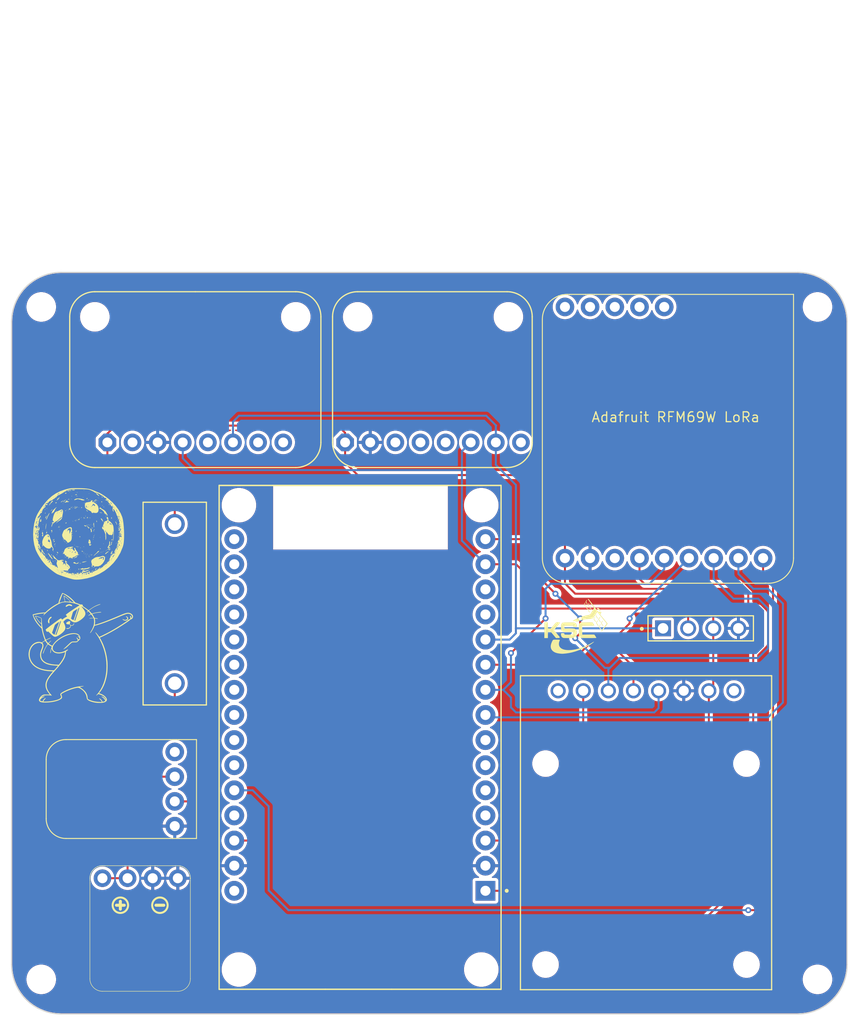
<source format=kicad_pcb>
(kicad_pcb (version 20241229) (generator "pcbnew") (generator_version "9.0")
  (layers (0 "F.Cu" signal) (2 "B.Cu" signal) (13 "F.Paste" user) (15 "B.Paste" user) (5 "F.SilkS" user "F.Silkscreen") (7 "B.SilkS" user "B.Silkscreen") (1 "F.Mask" user) (3 "B.Mask" user) (25 "Edge.Cuts" user))
  (net 0 "")
  (net 1 "3V3")
  (net 2 "GND")
  (net 3 "IRQ")
  (net 4 "SCK/CLK")
  (net 5 "MISO")
  (net 6 "MOSI")
  (net 7 "CS")
  (net 8 "RST")
  (net 9 "N$1")
  (net 10 "SCL")
  (net 11 "SDA")
  (net 12 "5V")
  (net 13 "CS-SD")
  (footprint "TSAT2-B PCB Footprints:MMA8451-FP_vf.UWP1QFmtRbe75N6hh3BVtg" (layer "F.Cu") (at 96.46 93.74)
    (property "Reference" "REF**" (hide yes))
    (property "Value" "")
    (pad "" np_thru_hole circle (at 2.54 -15.24) (size 2.5 2.5) (drill 2.5) (layers "*.Cu" "*.Mask"))
    (pad "" np_thru_hole circle (at 17.78 -15.24) (size 2.5 2.5) (drill 2.5) (layers "*.Cu" "*.Mask"))
    (pad "+3V3" thru_hole circle (at 6.35 -2.54 90) (size 1.778 1.778) (drill 1) (layers "*.Cu" "*.Mask"))
    (pad "GND" thru_hole circle (at 3.81 -2.54 90) (size 1.778 1.778) (drill 1) (layers "*.Cu" "*.Mask") (net 2 "GND"))
    (pad "INT1" thru_hole circle (at 11.43 -2.54 90) (size 1.778 1.778) (drill 1) (layers "*.Cu" "*.Mask"))
    (pad "INT2" thru_hole circle (at 8.89 -2.54 90) (size 1.778 1.778) (drill 1) (layers "*.Cu" "*.Mask"))
    (pad "SA0" thru_hole circle (at 19.05 -2.54 90) (size 1.778 1.778) (drill 1) (layers "*.Cu" "*.Mask"))
    (pad "SCL" thru_hole circle (at 13.97 -2.54 90) (size 1.778 1.778) (drill 1) (layers "*.Cu" "*.Mask") (net 10 "SCL"))
    (pad "SDA" thru_hole circle (at 16.51 -2.54 90) (size 1.778 1.778) (drill 1) (layers "*.Cu" "*.Mask") (net 11 "SDA"))
    (pad "VIN" thru_hole roundrect (at 1.27 -2.54 180) (size 1.778 1.778) (drill 1) (layers "*.Cu" "*.Mask") (chamfer_ratio 0.2928932188) (chamfer top_left top_right bottom_left bottom_right) (net 1 "3V3"))
  )
  (footprint "TSAT2-B PCB Footprints:LoRa" (layer "F.Cu") (at 122.574 106.23)
    (property "Reference" "REF**" (hide yes))
    (property "Value" "LoRa" (hide yes))
    (fp_text user "Adafruit RFM69W LoRa" (at 0 -17 0) (layer "F.SilkS") (effects (font (thickness 0.125)) (justify left bottom)))
    (pad "1" thru_hole circle (at -2.614 -28.73) (size 1.8796 1.8796) (drill 1.016) (layers "*.Cu" "*.Mask"))
    (pad "1" thru_hole circle (at -2.613999 -3.33) (size 1.8796 1.8796) (drill 1.016) (layers "*.Cu" "*.Mask") (net 1 "3V3"))
    (pad "2" thru_hole circle (at -0.074 -28.73) (size 1.8796 1.8796) (drill 1.016) (layers "*.Cu" "*.Mask"))
    (pad "2" thru_hole circle (at -0.073999 -3.33) (size 1.8796 1.8796) (drill 1.016) (layers "*.Cu" "*.Mask") (net 2 "GND"))
    (pad "3" thru_hole circle (at 2.426 -28.73) (size 1.8796 1.8796) (drill 1.016) (layers "*.Cu" "*.Mask"))
    (pad "3" thru_hole circle (at 2.426001 -3.33) (size 1.8796 1.8796) (drill 1.016) (layers "*.Cu" "*.Mask"))
    (pad "4" thru_hole circle (at 4.926 -28.73) (size 1.8796 1.8796) (drill 1.016) (layers "*.Cu" "*.Mask"))
    (pad "4" thru_hole circle (at 4.926001 -3.33) (size 1.8796 1.8796) (drill 1.016) (layers "*.Cu" "*.Mask") (net 3 "IRQ"))
    (pad "5" thru_hole circle (at 7.426 -28.73) (size 1.8796 1.8796) (drill 1.016) (layers "*.Cu" "*.Mask"))
    (pad "5" thru_hole circle (at 7.426001 -3.33) (size 1.8796 1.8796) (drill 1.016) (layers "*.Cu" "*.Mask") (net 4 "SCK/CLK"))
    (pad "6" thru_hole circle (at 9.926001 -3.33) (size 1.8796 1.8796) (drill 1.016) (layers "*.Cu" "*.Mask") (net 5 "MISO"))
    (pad "7" thru_hole circle (at 12.426001 -3.33) (size 1.8796 1.8796) (drill 1.016) (layers "*.Cu" "*.Mask") (net 6 "MOSI"))
    (pad "8" thru_hole circle (at 14.926001 -3.33) (size 1.8796 1.8796) (drill 1.016) (layers "*.Cu" "*.Mask") (net 7 "CS"))
    (pad "9" thru_hole circle (at 17.426001 -3.33) (size 1.8796 1.8796) (drill 1.016) (layers "*.Cu" "*.Mask") (net 8 "RST"))
  )
  (footprint "TSat0-PCB_v17:dummyfp2" (layer "F.Cu") (at 145.5 77.5)
    (property "Reference" "UNK_HOLE_2" (hide yes))
    (property "Value" "")
    (pad "" np_thru_hole circle (at 0 0) (size 2.5 2.5) (drill 2.5) (layers "*.Cu" "*.Mask"))
  )
  (footprint "TSAT2-B PCB Footprints:Boost Converter Adafruit" (layer "F.Cu") (at 77.5 126.25 90)
    (property "Reference" "REF**" (hide yes))
    (property "Value" "Boost Converter Adafruit" (hide yes))
    (pad "3V" thru_hole circle (at -1.25 3 90) (size 1.8796 1.8796) (drill 1.016) (layers "*.Cu" "*.Mask") (net 9 "N$1"))
    (pad "EN" thru_hole circle (at 3.75 3 90) (size 1.8796 1.8796) (drill 1.016) (layers "*.Cu" "*.Mask"))
    (pad "GND" thru_hole circle (at -3.75 3 90) (size 1.8796 1.8796) (drill 1.016) (layers "*.Cu" "*.Mask") (net 2 "GND"))
    (pad "VIN" thru_hole circle (at 1.25 3 90) (size 1.8796 1.8796) (drill 1.016) (layers "*.Cu" "*.Mask") (net 12 "5V"))
  )
  (footprint "TSAT2-B PCB Footprints:JST connecter" (layer "F.Cu") (at 77 134 180)
    (property "Reference" "REF**" (hide yes))
    (property "Value" "JST connecter" (hide yes))
    (pad "1-" thru_hole circle (at -3.81 -1.27 270) (size 1.778 1.778) (drill 1.016) (layers "*.Cu" "*.Mask") (net 2 "GND"))
    (pad "2-" thru_hole circle (at -1.27 -1.27 270) (size 1.778 1.778) (drill 1.016) (layers "*.Cu" "*.Mask") (net 2 "GND"))
    (pad "3+" thru_hole circle (at 1.27 -1.27 270) (size 1.778 1.778) (drill 1.016) (layers "*.Cu" "*.Mask") (net 12 "5V"))
    (pad "4+" thru_hole circle (at 3.81 -1.27 270) (size 1.778 1.778) (drill 1.016) (layers "*.Cu" "*.Mask") (net 12 "5V"))
  )
  (footprint "TSAT2-B PCB Footprints:COOKIES BIGGER" (layer "F.Cu") (at 70.5 100.5)
    (property "Reference" "G***" (hide yes))
    (property "Value" "LOGO" (hide yes))
  )
  (footprint "TSAT2-B PCB Footprints:MODULE_254_vf.UWP1QFmtRbe75N6hh3BVtg" (layer "F.Cu") (at 128.16 130.665 90)
    (property "Reference" "REF**" (hide yes))
    (property "Value" "SD-Reader")
    (pad "" np_thru_hole circle (at -13.335 -10.16 90) (size 2.2 2.2) (drill 2.2) (layers "*.Cu" "*.Mask"))
    (pad "" np_thru_hole circle (at -13.335 10.16 90) (size 2.2 2.2) (drill 2.2) (layers "*.Cu" "*.Mask"))
    (pad "" np_thru_hole circle (at 6.985 -10.16 90) (size 2.2 2.2) (drill 2.2) (layers "*.Cu" "*.Mask"))
    (pad "" np_thru_hole circle (at 6.985 10.16 90) (size 2.2 2.2) (drill 2.2) (layers "*.Cu" "*.Mask"))
    (pad "1" thru_hole circle (at 14.351 -8.89 90) (size 1.53 1.53) (drill 1.02) (layers "*.Cu" "*.Mask"))
    (pad "2" thru_hole circle (at 14.351 -6.35 90) (size 1.53 1.53) (drill 1.02) (layers "*.Cu" "*.Mask") (net 13 "CS-SD"))
    (pad "3" thru_hole circle (at 14.351 -3.81 90) (size 1.53 1.53) (drill 1.02) (layers "*.Cu" "*.Mask") (net 6 "MOSI"))
    (pad "4" thru_hole circle (at 14.351 -1.27 90) (size 1.53 1.53) (drill 1.02) (layers "*.Cu" "*.Mask") (net 5 "MISO"))
    (pad "5" thru_hole circle (at 14.351 1.27 90) (size 1.53 1.53) (drill 1.02) (layers "*.Cu" "*.Mask") (net 4 "SCK/CLK"))
    (pad "6" thru_hole circle (at 14.351 3.81 90) (size 1.53 1.53) (drill 1.02) (layers "*.Cu" "*.Mask") (net 2 "GND"))
    (pad "7" thru_hole circle (at 14.351 6.35 90) (size 1.53 1.53) (drill 1.02) (layers "*.Cu" "*.Mask") (net 1 "3V3"))
    (pad "8" thru_hole circle (at 14.351 8.89 90) (size 1.53 1.53) (drill 1.02) (layers "*.Cu" "*.Mask"))
  )
  (footprint "TSat0-PCB_v17:dummyfp2" (layer "F.Cu") (at 67 145.5)
    (property "Reference" "UNK_HOLE_2" (hide yes))
    (property "Value" "")
    (pad "" np_thru_hole circle (at 0 0) (size 2.5 2.5) (drill 2.5) (layers "*.Cu" "*.Mask"))
  )
  (footprint "TSAT2-B PCB Footprints:SULLINS_PPTC041LFBN-RC_vf.UWP1QFmtRbe75N6hh3BVtg" (layer "F.Cu") (at 133.69 110)
    (property "Reference" "REF**" (hide yes))
    (property "Value" "PPTC041LFBN-RC")
    (pad "1" thru_hole rect (at -3.81 0) (size 1.605 1.605) (drill 1.07) (layers "*.Cu" "*.Mask") (net 11 "SDA"))
    (pad "2" thru_hole circle (at -1.27 0) (size 1.605 1.605) (drill 1.07) (layers "*.Cu" "*.Mask") (net 10 "SCL"))
    (pad "3" thru_hole circle (at 1.27 0) (size 1.605 1.605) (drill 1.07) (layers "*.Cu" "*.Mask") (net 1 "3V3"))
    (pad "4" thru_hole circle (at 3.81 0) (size 1.605 1.605) (drill 1.07) (layers "*.Cu" "*.Mask") (net 2 "GND"))
  )
  (footprint "TSAT2-B PCB Footprints:KITTY CAT BIGGER" (layer "F.Cu") (at 71 112)
    (property "Reference" "G***" (hide yes))
    (property "Value" "LOGO" (hide yes))
  )
  (footprint "TSAT2-B PCB Footprints:OMRON-MICROSWITCH-FP_vf.UWP1QFmtRbe75N6hh3BVtg" (layer "F.Cu") (at 80.5 99.45 90)
    (property "Reference" "REF**" (hide yes))
    (property "Value" "")
    (pad "COM" thru_hole circle (at -16.1 0 90) (size 2.025 2.025) (drill 1.35) (layers "*.Cu" "*.Mask") (net 9 "N$1"))
    (pad "NC" thru_hole circle (at 0 0 90) (size 2.025 2.025) (drill 1.35) (layers "*.Cu" "*.Mask") (net 1 "3V3"))
  )
  (footprint "TSAT2-B PCB Footprints:MODULE_ESP32_DEVKIT_V1_vf.UWP1QFmtRbe75N6hh3BVtg" (layer "F.Cu") (at 99.22 121.025 180)
    (property "Reference" "REF**" (hide yes))
    (property "Value" "ESP32_Devkit")
    (pad "" np_thru_hole circle (at -12.28 -23.475 180) (size 3 3) (drill 3) (layers "*.Cu" "*.Mask"))
    (pad "" np_thru_hole circle (at -12.28 23.475 180) (size 3 3) (drill 3) (layers "*.Cu" "*.Mask"))
    (pad "" np_thru_hole circle (at 12.23 -23.475 180) (size 3 3) (drill 3) (layers "*.Cu" "*.Mask"))
    (pad "" np_thru_hole circle (at 12.23 23.475 180) (size 3 3) (drill 3) (layers "*.Cu" "*.Mask"))
    (pad "1" thru_hole rect (at -12.7 -15.515 180) (size 2 2) (drill 1.02) (layers "*.Cu" "*.Mask") (net 1 "3V3"))
    (pad "2" thru_hole circle (at -12.7 -12.975 180) (size 2 2) (drill 1.02) (layers "*.Cu" "*.Mask") (net 2 "GND"))
    (pad "3" thru_hole circle (at -12.7 -10.435 180) (size 2 2) (drill 1.02) (layers "*.Cu" "*.Mask") (net 13 "CS-SD"))
    (pad "4" thru_hole circle (at -12.7 -7.895 180) (size 2 2) (drill 1.02) (layers "*.Cu" "*.Mask"))
    (pad "5" thru_hole circle (at -12.7 -5.355 180) (size 2 2) (drill 1.02) (layers "*.Cu" "*.Mask"))
    (pad "6" thru_hole circle (at -12.7 -2.815 180) (size 2 2) (drill 1.02) (layers "*.Cu" "*.Mask"))
    (pad "7" thru_hole circle (at -12.7 -0.275 180) (size 2 2) (drill 1.02) (layers "*.Cu" "*.Mask"))
    (pad "8" thru_hole circle (at -12.7 2.265 180) (size 2 2) (drill 1.02) (layers "*.Cu" "*.Mask") (net 7 "CS"))
    (pad "9" thru_hole circle (at -12.7 4.805 180) (size 2 2) (drill 1.02) (layers "*.Cu" "*.Mask") (net 4 "SCK/CLK"))
    (pad "10" thru_hole circle (at -12.7 7.345 180) (size 2 2) (drill 1.02) (layers "*.Cu" "*.Mask") (net 5 "MISO"))
    (pad "11" thru_hole circle (at -12.7 9.885 180) (size 2 2) (drill 1.02) (layers "*.Cu" "*.Mask") (net 11 "SDA"))
    (pad "12" thru_hole circle (at -12.7 12.425 180) (size 2 2) (drill 1.02) (layers "*.Cu" "*.Mask"))
    (pad "13" thru_hole circle (at -12.7 14.965 180) (size 2 2) (drill 1.02) (layers "*.Cu" "*.Mask"))
    (pad "14" thru_hole circle (at -12.7 17.505 180) (size 2 2) (drill 1.02) (layers "*.Cu" "*.Mask") (net 10 "SCL"))
    (pad "15" thru_hole circle (at -12.7 20.045 180) (size 2 2) (drill 1.02) (layers "*.Cu" "*.Mask") (net 6 "MOSI"))
    (pad "16" thru_hole circle (at 12.7 20.045 180) (size 2 2) (drill 1.02) (layers "*.Cu" "*.Mask"))
    (pad "17" thru_hole circle (at 12.7 17.505 180) (size 2 2) (drill 1.02) (layers "*.Cu" "*.Mask"))
    (pad "18" thru_hole circle (at 12.7 14.965 180) (size 2 2) (drill 1.02) (layers "*.Cu" "*.Mask"))
    (pad "19" thru_hole circle (at 12.7 12.425 180) (size 2 2) (drill 1.02) (layers "*.Cu" "*.Mask"))
    (pad "20" thru_hole circle (at 12.7 9.885 180) (size 2 2) (drill 1.02) (layers "*.Cu" "*.Mask"))
    (pad "21" thru_hole circle (at 12.7 7.345 180) (size 2 2) (drill 1.02) (layers "*.Cu" "*.Mask"))
    (pad "22" thru_hole circle (at 12.7 4.805 180) (size 2 2) (drill 1.02) (layers "*.Cu" "*.Mask"))
    (pad "23" thru_hole circle (at 12.7 2.265 180) (size 2 2) (drill 1.02) (layers "*.Cu" "*.Mask"))
    (pad "24" thru_hole circle (at 12.7 -0.275 180) (size 2 2) (drill 1.02) (layers "*.Cu" "*.Mask"))
    (pad "25" thru_hole circle (at 12.7 -2.815 180) (size 2 2) (drill 1.02) (layers "*.Cu" "*.Mask"))
    (pad "26" thru_hole circle (at 12.7 -5.355 180) (size 2 2) (drill 1.02) (layers "*.Cu" "*.Mask") (net 8 "RST"))
    (pad "27" thru_hole circle (at 12.7 -7.895 180) (size 2 2) (drill 1.02) (layers "*.Cu" "*.Mask"))
    (pad "28" thru_hole circle (at 12.7 -10.435 180) (size 2 2) (drill 1.02) (layers "*.Cu" "*.Mask") (net 3 "IRQ"))
    (pad "29" thru_hole circle (at 12.7 -12.975 180) (size 2 2) (drill 1.02) (layers "*.Cu" "*.Mask") (net 2 "GND"))
    (pad "30" thru_hole circle (at 12.7 -15.515 180) (size 2 2) (drill 1.02) (layers "*.Cu" "*.Mask"))
    (zone (net 0) (net_name "") (layer "F.Cu") (connect_pads (clearance 0)) (min_thickness 0.25)
      (keepout (tracks not_allowed) (vias not_allowed) (pads not_allowed) (copperpour not_allowed) (footprints allowed))
      (fill (thermal_gap 0.5) (thermal_bridge_width 0.5))
      (polygon (pts (xy 108.13 95.55) (xy 90.44 95.55) (xy 90.44 102.04) (xy 108.13 102.04)))
    )
    (zone (net 0) (net_name "") (layer "B.Cu") (connect_pads (clearance 0)) (min_thickness 0.25)
      (keepout (tracks not_allowed) (vias not_allowed) (pads not_allowed) (copperpour not_allowed) (footprints allowed))
      (fill (thermal_gap 0.5) (thermal_bridge_width 0.5))
      (polygon (pts (xy 108.13 95.55) (xy 90.44 95.55) (xy 90.44 102.04) (xy 108.13 102.04)))
    )
  )
  (footprint "DUMMY_507" (layer "F.Cu") (at 63.0791 48.1816)
    (property "Reference" "FRAME1" (hide yes))
    (property "Value" "FRAME-LETTERNO_PACKAGE" (hide yes))
  )
  (footprint "TSat0-PCB_v17:dummyfp2" (layer "F.Cu") (at 67 77.5)
    (property "Reference" "UNK_HOLE_2" (hide yes))
    (property "Value" "")
    (pad "" np_thru_hole circle (at 0 0) (size 2.5 2.5) (drill 2.5) (layers "*.Cu" "*.Mask"))
  )
  (footprint "TSat0-PCB_v17:dummyfp2" (layer "F.Cu") (at 145.5 145.5)
    (property "Reference" "UNK_HOLE_2" (hide yes))
    (property "Value" "")
    (pad "" np_thru_hole circle (at 0 0) (size 2.5 2.5) (drill 2.5) (layers "*.Cu" "*.Mask"))
  )
  (footprint "TSAT2-B PCB Footprints:KSC LOGO 2ND" (layer "F.Cu") (at 121 110)
    (property "Reference" "G***" (hide yes))
    (property "Value" "LOGO" (hide yes))
  )
  (footprint "TSAT2-B PCB Footprints:BMP390" (layer "F.Cu") (at 69.88 93.74)
    (property "Reference" "REF**" (hide yes))
    (property "Value" "")
    (pad "" np_thru_hole circle (at 2.54 -15.24) (size 2.5 2.5) (drill 2.5) (layers "*.Cu" "*.Mask"))
    (pad "" np_thru_hole circle (at 22.86 -15.24) (size 2.5 2.5) (drill 2.5) (layers "*.Cu" "*.Mask"))
    (pad "3.3V" thru_hole circle (at 6.35 -2.54 90) (size 1.778 1.778) (drill 1) (layers "*.Cu" "*.Mask"))
    (pad "CS" thru_hole circle (at 19.05 -2.54 90) (size 1.778 1.778) (drill 1) (layers "*.Cu" "*.Mask"))
    (pad "GND" thru_hole circle (at 8.89 -2.54 90) (size 1.778 1.778) (drill 1) (layers "*.Cu" "*.Mask") (net 2 "GND"))
    (pad "INT" thru_hole circle (at 21.59 -2.54 90) (size 1.778 1.778) (drill 1) (layers "*.Cu" "*.Mask"))
    (pad "SCK/SCL" thru_hole circle (at 11.43 -2.54 90) (size 1.778 1.778) (drill 1) (layers "*.Cu" "*.Mask") (net 10 "SCL"))
    (pad "SDI/SDA" thru_hole circle (at 16.51 -2.54 90) (size 1.778 1.778) (drill 1) (layers "*.Cu" "*.Mask") (net 11 "SDA"))
    (pad "SDO/ADR" thru_hole circle (at 13.97 -2.54 90) (size 1.778 1.778) (drill 1) (layers "*.Cu" "*.Mask"))
    (pad "VCC" thru_hole roundrect (at 3.81 -2.54 180) (size 1.778 1.778) (drill 1) (layers "*.Cu" "*.Mask") (chamfer_ratio 0.2928932188) (chamfer top_left top_right bottom_left bottom_right) (net 1 "3V3"))
  )
  (gr_line (start 143.5 149) (end 69 149) (stroke (width 0.1)) (layer "Edge.Cuts"))
  (gr_arc (start 143.5 74) (mid 147.035534 75.464466) (end 148.5 79) (stroke (width 0.1)) (layer "Edge.Cuts"))
  (gr_arc (start 64 79) (mid 65.464466 75.464466) (end 69 74) (stroke (width 0.1)) (layer "Edge.Cuts"))
  (gr_arc (start 69 149) (mid 65.464466 147.535534) (end 64 144) (stroke (width 0.1)) (layer "Edge.Cuts"))
  (gr_line (start 148.5 79) (end 148.5 144) (stroke (width 0.1)) (layer "Edge.Cuts"))
  (gr_line (start 69 74) (end 143.5 74) (stroke (width 0.1)) (layer "Edge.Cuts"))
  (gr_arc (start 148.5 144) (mid 147.035534 147.535534) (end 143.5 149) (stroke (width 0.1)) (layer "Edge.Cuts"))
  (gr_line (start 64 144) (end 64 79) (stroke (width 0.1)) (layer "Edge.Cuts"))
  (segment (start 119.960001 95.039999) (end 119.960001 102.9) (width 0.2) (layer "F.Cu") (net 1))
  (segment (start 133.46 136.54) (end 111.92 136.54) (width 0.2) (layer "F.Cu") (net 1))
  (segment (start 134.51 116.314) (end 134.51 135.49) (width 0.2) (layer "F.Cu") (net 1))
  (segment (start 97.73 90.23) (end 97.73 91.2) (width 0.2) (layer "F.Cu") (net 1))
  (segment (start 120 95) (end 119.960001 95.039999) (width 0.2) (layer "F.Cu") (net 1))
  (segment (start 134.96 107.54) (end 134.96 110) (width 0.2) (layer "F.Cu") (net 1))
  (segment (start 134.51 135.49) (end 133.46 136.54) (width 0.2) (layer "F.Cu") (net 1))
  (segment (start 73.69 90.31) (end 74.5 89.5) (width 0.2) (layer "F.Cu") (net 1))
  (segment (start 121 106.5) (end 134 106.5) (width 0.2) (layer "F.Cu") (net 1))
  (segment (start 80.5 97) (end 80.5 99.45) (width 0.2) (layer "F.Cu") (net 1))
  (segment (start 119.5 94.5) (end 120 95) (width 0.2) (layer "F.Cu") (net 1))
  (segment (start 97.73 91.2) (end 97.73 93.23) (width 0.2) (layer "F.Cu") (net 1))
  (segment (start 73.69 91.2) (end 73.69 94.19) (width 0.2) (layer "F.Cu") (net 1))
  (segment (start 97.73 93.23) (end 99 94.5) (width 0.2) (layer "F.Cu") (net 1))
  (segment (start 135 107.5) (end 134.96 107.54) (width 0.2) (layer "F.Cu") (net 1))
  (segment (start 75.5 96) (end 79.5 96) (width 0.2) (layer "F.Cu") (net 1))
  (segment (start 73.69 94.19) (end 75.5 96) (width 0.2) (layer "F.Cu") (net 1))
  (segment (start 119.960001 102.9) (end 119.960001 105.460001) (width 0.2) (layer "F.Cu") (net 1))
  (segment (start 79.5 96) (end 80.5 97) (width 0.2) (layer "F.Cu") (net 1))
  (segment (start 119.960001 105.460001) (end 121 106.5) (width 0.2) (layer "F.Cu") (net 1))
  (segment (start 134 106.5) (end 135 107.5) (width 0.2) (layer "F.Cu") (net 1))
  (segment (start 99 94.5) (end 119.5 94.5) (width 0.2) (layer "F.Cu") (net 1))
  (segment (start 134.96 115.864) (end 134.51 116.314) (width 0.2) (layer "F.Cu") (net 1))
  (segment (start 74.5 89.5) (end 97 89.5) (width 0.2) (layer "F.Cu") (net 1))
  (segment (start 134.96 110) (end 134.96 115.864) (width 0.2) (layer "F.Cu") (net 1))
  (segment (start 97 89.5) (end 97.73 90.23) (width 0.2) (layer "F.Cu") (net 1))
  (segment (start 73.69 91.2) (end 73.69 90.31) (width 0.2) (layer "F.Cu") (net 1))
  (segment (start 80.81 135.27) (end 78.27 135.27) (width 0.2) (layer "F.Cu") (net 2))
  (segment (start 136.5 137) (end 134 139.5) (width 0.2) (layer "F.Cu") (net 3))
  (segment (start 140 108.5) (end 140 111.5) (width 0.2) (layer "F.Cu") (net 3))
  (segment (start 139.5 108) (end 140 108.5) (width 0.2) (layer "F.Cu") (net 3))
  (segment (start 138.5 106.5) (end 138.5 107.5) (width 0.2) (layer "F.Cu") (net 3))
  (segment (start 89 138) (end 89 132) (width 0.2) (layer "F.Cu") (net 3))
  (segment (start 139 112.5) (end 139 119.5) (width 0.2) (layer "F.Cu") (net 3))
  (segment (start 138.5 107.5) (end 139 108) (width 0.2) (layer "F.Cu") (net 3))
  (segment (start 88.46 131.46) (end 86.52 131.46) (width 0.2) (layer "F.Cu") (net 3))
  (segment (start 136.5 122) (end 136.5 137) (width 0.2) (layer "F.Cu") (net 3))
  (segment (start 89 132) (end 88.46 131.46) (width 0.2) (layer "F.Cu") (net 3))
  (segment (start 128 105.5) (end 137.5 105.5) (width 0.2) (layer "F.Cu") (net 3))
  (segment (start 140 111.5) (end 139 112.5) (width 0.2) (layer "F.Cu") (net 3))
  (segment (start 127.500001 102.9) (end 127.5 105) (width 0.2) (layer "F.Cu") (net 3))
  (segment (start 127.5 105) (end 128 105.5) (width 0.2) (layer "F.Cu") (net 3))
  (segment (start 139 119.5) (end 136.5 122) (width 0.2) (layer "F.Cu") (net 3))
  (segment (start 139 108) (end 139.5 108) (width 0.2) (layer "F.Cu") (net 3))
  (segment (start 137.5 105.5) (end 138.5 106.5) (width 0.2) (layer "F.Cu") (net 3))
  (segment (start 134 139.5) (end 90.5 139.5) (width 0.2) (layer "F.Cu") (net 3))
  (segment (start 90.5 139.5) (end 89 138) (width 0.2) (layer "F.Cu") (net 3))
  (segment (start 114.5 112.5) (end 118 109) (width 0.2) (layer "F.Cu") (net 4))
  (via (at 114.5 112.5) (size 0.6) (drill 0.3) (layers "F.Cu" "B.Cu") (net 4))
  (via (at 118 109) (size 0.6) (drill 0.3) (layers "F.Cu" "B.Cu") (net 4))
  (segment (start 113.72 116.22) (end 111.92 116.22) (width 0.2) (layer "B.Cu") (net 4))
  (segment (start 129.43 116.314) (end 129.43 118.07) (width 0.2) (layer "B.Cu") (net 4))
  (segment (start 118 106) (end 118.5 105.5) (width 0.2) (layer "B.Cu") (net 4))
  (segment (start 118.5 105.5) (end 128.5 105.5) (width 0.2) (layer "B.Cu") (net 4))
  (segment (start 113.72 116.22) (end 114.5 115.44) (width 0.2) (layer "B.Cu") (net 4))
  (segment (start 128.5 105.5) (end 130.000001 103.999999) (width 0.2) (layer "B.Cu") (net 4))
  (segment (start 118 109) (end 118 106) (width 0.2) (layer "B.Cu") (net 4))
  (segment (start 130.000001 103.999999) (end 130.000001 102.9) (width 0.2) (layer "B.Cu") (net 4))
  (segment (start 114.5 115.44) (end 114.5 112.5) (width 0.2) (layer "B.Cu") (net 4))
  (segment (start 129.43 118.07) (end 129 118.5) (width 0.2) (layer "B.Cu") (net 4))
  (segment (start 114.5 118) (end 114.5 117) (width 0.2) (layer "B.Cu") (net 4))
  (segment (start 114.5 117) (end 113.72 116.22) (width 0.2) (layer "B.Cu") (net 4))
  (segment (start 115 118.5) (end 114.5 118) (width 0.2) (layer "B.Cu") (net 4))
  (segment (start 129 118.5) (end 115 118.5) (width 0.2) (layer "B.Cu") (net 4))
  (segment (start 126.89 113.89) (end 124.5 111.5) (width 0.2) (layer "F.Cu") (net 5))
  (segment (start 126.89 116.314) (end 126.89 113.89) (width 0.2) (layer "F.Cu") (net 5))
  (segment (start 124.5 111.5) (end 126.5 109.5) (width 0.2) (layer "F.Cu") (net 5))
  (segment (start 120.32 113.68) (end 111.92 113.68) (width 0.2) (layer "F.Cu") (net 5))
  (segment (start 124.5 111.5) (end 122.5 111.5) (width 0.2) (layer "F.Cu") (net 5))
  (segment (start 126.5 109.5) (end 126.5 109) (width 0.2) (layer "F.Cu") (net 5))
  (segment (start 122.5 111.5) (end 120.32 113.68) (width 0.2) (layer "F.Cu") (net 5))
  (via (at 126.5 109) (size 0.6) (drill 0.3) (layers "F.Cu" "B.Cu") (net 5))
  (segment (start 126.5 108.900001) (end 126.5 109) (width 0.2) (layer "B.Cu") (net 5))
  (segment (start 132.500001 102.9) (end 126.5 108.900001) (width 0.2) (layer "B.Cu") (net 5))
  (segment (start 117 101.5) (end 117 104.5) (width 0.2) (layer "F.Cu") (net 6))
  (segment (start 121.5 109) (end 121.5 110.5) (width 0.2) (layer "F.Cu") (net 6))
  (segment (start 116.48 100.98) (end 117 101.5) (width 0.2) (layer "F.Cu") (net 6))
  (segment (start 117 104.5) (end 119 106.5) (width 0.2) (layer "F.Cu") (net 6))
  (segment (start 121.5 110.5) (end 121 111) (width 0.2) (layer "F.Cu") (net 6))
  (segment (start 111.92 100.98) (end 116.48 100.98) (width 0.2) (layer "F.Cu") (net 6))
  (via (at 119 106.5) (size 0.6) (drill 0.3) (layers "F.Cu" "B.Cu") (net 6))
  (via (at 121.5 109) (size 0.6) (drill 0.3) (layers "F.Cu" "B.Cu") (net 6))
  (via (at 121 111) (size 0.6) (drill 0.3) (layers "F.Cu" "B.Cu") (net 6))
  (segment (start 140.5 108) (end 140.5 112) (width 0.2) (layer "B.Cu") (net 6))
  (segment (start 121 111) (end 124 114) (width 0.2) (layer "B.Cu") (net 6))
  (segment (start 124 114) (end 124.5 114) (width 0.2) (layer "B.Cu") (net 6))
  (segment (start 124.5 114) (end 124.35 114.15) (width 0.2) (layer "B.Cu") (net 6))
  (segment (start 135.000001 105.000001) (end 137 107) (width 0.2) (layer "B.Cu") (net 6))
  (segment (start 140.5 112) (end 139.5 113) (width 0.2) (layer "B.Cu") (net 6))
  (segment (start 139.5 107) (end 140.5 108) (width 0.2) (layer "B.Cu") (net 6))
  (segment (start 124.35 114.15) (end 124.35 116.314) (width 0.2) (layer "B.Cu") (net 6))
  (segment (start 119 106.5) (end 121.5 109) (width 0.2) (layer "B.Cu") (net 6))
  (segment (start 137 107) (end 139.5 107) (width 0.2) (layer "B.Cu") (net 6))
  (segment (start 135.000001 102.9) (end 135.000001 105.000001) (width 0.2) (layer "B.Cu") (net 6))
  (segment (start 139.5 113) (end 125.5 113) (width 0.2) (layer "B.Cu") (net 6))
  (segment (start 125.5 113) (end 124.5 114) (width 0.2) (layer "B.Cu") (net 6))
  (segment (start 140.5 119) (end 112.16 119) (width 0.2) (layer "B.Cu") (net 7))
  (segment (start 142 117.5) (end 140.5 119) (width 0.2) (layer "B.Cu") (net 7))
  (segment (start 112.16 119) (end 111.92 118.76) (width 0.2) (layer "B.Cu") (net 7))
  (segment (start 137.500001 104.500001) (end 139 106) (width 0.2) (layer "B.Cu") (net 7))
  (segment (start 137.500001 102.9) (end 137.500001 104.500001) (width 0.2) (layer "B.Cu") (net 7))
  (segment (start 142 107.5) (end 142 117.5) (width 0.2) (layer "B.Cu") (net 7))
  (segment (start 139 106) (end 140.5 106) (width 0.2) (layer "B.Cu") (net 7))
  (segment (start 140.5 106) (end 142 107.5) (width 0.2) (layer "B.Cu") (net 7))
  (segment (start 139.5 138.5) (end 138.5 138.5) (width 0.2) (layer "F.Cu") (net 8))
  (segment (start 141 137) (end 139.5 138.5) (width 0.2) (layer "F.Cu") (net 8))
  (segment (start 141 105.5) (end 141 137) (width 0.2) (layer "F.Cu") (net 8))
  (segment (start 140.000001 104.500001) (end 141 105.5) (width 0.2) (layer "F.Cu") (net 8))
  (segment (start 140.000001 102.9) (end 140.000001 104.500001) (width 0.2) (layer "F.Cu") (net 8))
  (via (at 138.5 138.5) (size 0.6) (drill 0.3) (layers "F.Cu" "B.Cu") (net 8))
  (segment (start 92 138.5) (end 90 136.5) (width 0.2) (layer "B.Cu") (net 8))
  (segment (start 88.38 126.38) (end 86.52 126.38) (width 0.2) (layer "B.Cu") (net 8))
  (segment (start 138.5 138.5) (end 92 138.5) (width 0.2) (layer "B.Cu") (net 8))
  (segment (start 90 128) (end 88.38 126.38) (width 0.2) (layer "B.Cu") (net 8))
  (segment (start 90 136.5) (end 90 128) (width 0.2) (layer "B.Cu") (net 8))
  (segment (start 82 127.5) (end 83 126.5) (width 0.2) (layer "F.Cu") (net 9))
  (segment (start 81.5 120) (end 80.5 119) (width 0.2) (layer "F.Cu") (net 9))
  (segment (start 82.5 120) (end 81.5 120) (width 0.2) (layer "F.Cu") (net 9))
  (segment (start 83 120.5) (end 82.5 120) (width 0.2) (layer "F.Cu") (net 9))
  (segment (start 80.5 119) (end 80.5 115.55) (width 0.2) (layer "F.Cu") (net 9))
  (segment (start 83 126.5) (end 83 120.5) (width 0.2) (layer "F.Cu") (net 9))
  (segment (start 80.5 127.5) (end 82 127.5) (width 0.2) (layer "F.Cu") (net 9))
  (segment (start 132 108) (end 132.5 108.5) (width 0.2) (layer "F.Cu") (net 10))
  (segment (start 132.42 108.58) (end 132.42 110) (width 0.2) (layer "F.Cu") (net 10))
  (segment (start 111.92 103.52) (end 115.02 103.52) (width 0.2) (layer "F.Cu") (net 10))
  (segment (start 116 107) (end 117 108) (width 0.2) (layer "F.Cu") (net 10))
  (segment (start 132.5 108.5) (end 132.42 108.58) (width 0.2) (layer "F.Cu") (net 10))
  (segment (start 115.02 103.52) (end 116 104.5) (width 0.2) (layer "F.Cu") (net 10))
  (segment (start 116 104.5) (end 116 107) (width 0.2) (layer "F.Cu") (net 10))
  (segment (start 117 108) (end 132 108) (width 0.2) (layer "F.Cu") (net 10))
  (segment (start 109.541001 101.141001) (end 111.92 103.52) (width 0.2) (layer "B.Cu") (net 10))
  (segment (start 81.31 92.81) (end 82.5 94) (width 0.2) (layer "B.Cu") (net 10))
  (segment (start 81.31 91.2) (end 81.31 92.81) (width 0.2) (layer "B.Cu") (net 10))
  (segment (start 110.43 91.2) (end 109.541001 92.088999) (width 0.2) (layer "B.Cu") (net 10))
  (segment (start 109.541001 94) (end 109.541001 101.141001) (width 0.2) (layer "B.Cu") (net 10))
  (segment (start 109.541001 92.088999) (end 109.541001 94) (width 0.2) (layer "B.Cu") (net 10))
  (segment (start 82.5 94) (end 109.541001 94) (width 0.2) (layer "B.Cu") (net 10))
  (segment (start 86.39 91.2) (end 86.39 89.11) (width 0.2) (layer "B.Cu") (net 11))
  (segment (start 112.97 89.53) (end 112.97 91.2) (width 0.2) (layer "B.Cu") (net 11))
  (segment (start 115 110.5) (end 114.36 111.14) (width 0.2) (layer "B.Cu") (net 11))
  (segment (start 112.97 91.2) (end 112.97 93.47) (width 0.2) (layer "B.Cu") (net 11))
  (segment (start 115 95.5) (end 115 110) (width 0.2) (layer "B.Cu") (net 11))
  (segment (start 113 89.5) (end 112.97 89.53) (width 0.2) (layer "B.Cu") (net 11))
  (segment (start 115 110) (end 115 110.5) (width 0.2) (layer "B.Cu") (net 11))
  (segment (start 86.39 89.11) (end 87 88.5) (width 0.2) (layer "B.Cu") (net 11))
  (segment (start 112 88.5) (end 113 89.5) (width 0.2) (layer "B.Cu") (net 11))
  (segment (start 112.97 93.47) (end 115 95.5) (width 0.2) (layer "B.Cu") (net 11))
  (segment (start 114.36 111.14) (end 111.92 111.14) (width 0.2) (layer "B.Cu") (net 11))
  (segment (start 129.88 110) (end 115 110) (width 0.2) (layer "B.Cu") (net 11))
  (segment (start 87 88.5) (end 112 88.5) (width 0.2) (layer "B.Cu") (net 11))
  (segment (start 77 125) (end 75.73 126.27) (width 0.2) (layer "F.Cu") (net 12))
  (segment (start 73.19 135.27) (end 75.73 135.27) (width 0.2) (layer "F.Cu") (net 12))
  (segment (start 75.73 126.27) (end 75.73 135.27) (width 0.2) (layer "F.Cu") (net 12))
  (segment (start 80.5 125) (end 77 125) (width 0.2) (layer "F.Cu") (net 12))
  (segment (start 121 131.5) (end 121.81 130.69) (width 0.2) (layer "F.Cu") (net 13))
  (segment (start 121 131.5) (end 120.96 131.46) (width 0.2) (layer "F.Cu") (net 13))
  (segment (start 121.81 130.69) (end 121.81 116.314) (width 0.2) (layer "F.Cu") (net 13))
  (segment (start 111.92 131.46) (end 120.96 131.46) (width 0.2) (layer "F.Cu") (net 13))
  (zone (net 2) (net_name "GND") (layer "F.Cu") (priority 6) (connect_pads (clearance 0.3048)) (min_thickness 0.127) (fill yes (thermal_gap 0.304) (thermal_bridge_width 0.304))
    (polygon (pts (xy 63.5 73.5) (xy 149.5 73.5) (xy 149.5 150) (xy 63 150)))
  )
  (zone (net 2) (net_name "GND") (layer "B.Cu") (connect_pads (clearance 0.3048)) (min_thickness 0.127) (fill yes (thermal_gap 0.304) (thermal_bridge_width 0.304))
    (polygon (pts (xy 63.5 73.5) (xy 149.5 73.5) (xy 149.5 150) (xy 63 150)))
  )
)
</source>
